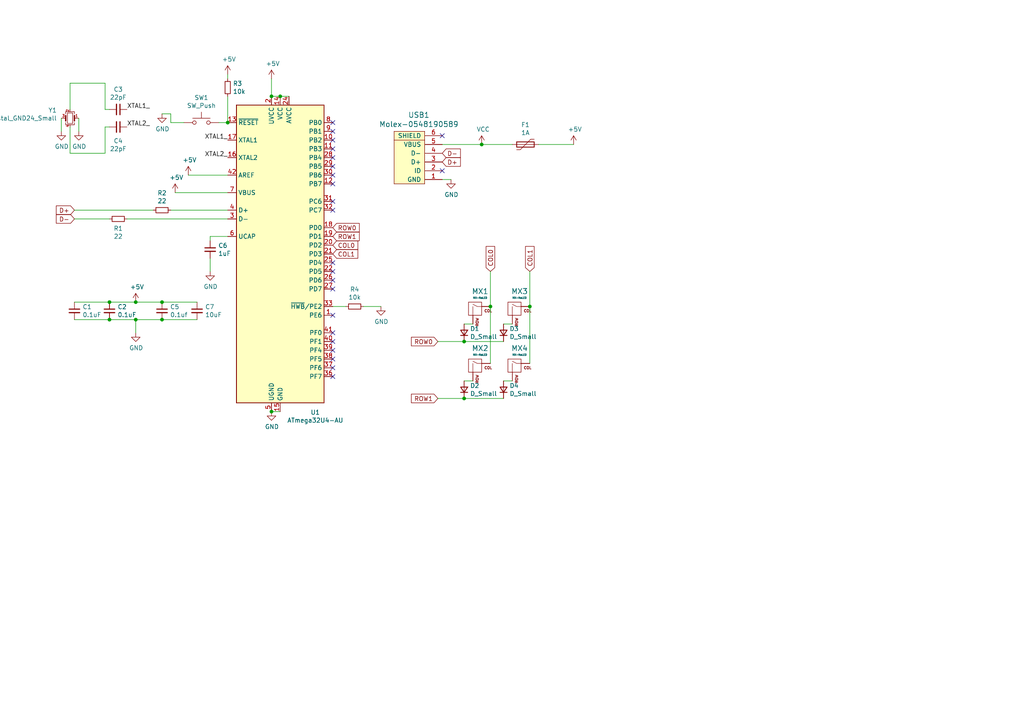
<source format=kicad_sch>
(kicad_sch (version 20230121) (generator eeschema)
  (paper "A4")
  (lib_symbols
    (symbol "Device:C_Small" (pin_numbers hide) (pin_names (offset 0.254) hide)
      (property "Reference" "C" (at 0.254 1.778 0))
      (property "Value" "C_Small" (at 0.254 -2.032 0))
      (symbol "C_Small_0_1"
        (polyline (pts (xy -1.524 -0.508) (xy 1.524 -0.508)) (stroke (width 0.3302)))
        (polyline (pts (xy -1.524 0.508) (xy 1.524 0.508)) (stroke (width 0.3048)))
      )
      (symbol "C_Small_1_1"
        (pin passive line (at 0 2.54 270) (length 2.032) (name "~") (number "1"))
        (pin passive line (at 0 -2.54 90) (length 2.032) (name "~") (number "2"))
      )
    )
    (symbol "Device:Crystal_GND24_Small" (pin_names (offset 1.016) hide)
      (property "Reference" "Y" (at 1.27 4.445 0))
      (property "Value" "Crystal_GND24_Small" (at 1.27 2.54 0))
      (symbol "Crystal_GND24_Small_0_1"
        (rectangle (start -0.762 -1.524) (end 0.762 1.524))
        (polyline (pts (xy -1.27 -0.762) (xy -1.27 0.762)) (stroke (width 0.381)))
        (polyline (pts (xy 1.27 -0.762) (xy 1.27 0.762)) (stroke (width 0.381)))
        (polyline (pts (xy -1.27 -1.27) (xy -1.27 -1.905) (xy 1.27 -1.905) (xy 1.27 -1.27)))
        (polyline (pts (xy -1.27 1.27) (xy -1.27 1.905) (xy 1.27 1.905) (xy 1.27 1.27)))
      )
      (symbol "Crystal_GND24_Small_1_1"
        (pin passive line (at -2.54 0 0) (length 1.27) (name "1") (number "1"))
        (pin passive line (at 0 -2.54 90) (length 0.635) (name "2") (number "2"))
        (pin passive line (at 2.54 0 180) (length 1.27) (name "3") (number "3"))
        (pin passive line (at 0 2.54 270) (length 0.635) (name "4") (number "4"))
      )
    )
    (symbol "Device:D_Small" (pin_numbers hide) (pin_names (offset 0.254) hide)
      (property "Reference" "D" (at -1.27 2.032 0))
      (property "Value" "D_Small" (at -3.81 -2.032 0))
      (symbol "D_Small_0_1"
        (polyline (pts (xy -0.762 -1.016) (xy -0.762 1.016)) (stroke (width 0.254)))
        (polyline (pts (xy -0.762 0) (xy 0.762 0)))
        (polyline (pts (xy 0.762 -1.016) (xy -0.762 0) (xy 0.762 1.016) (xy 0.762 -1.016)) (stroke (width 0.254)))
      )
      (symbol "D_Small_1_1"
        (pin passive line (at -2.54 0 0) (length 1.778) (name "K") (number "1"))
        (pin passive line (at 2.54 0 180) (length 1.778) (name "A") (number "2"))
      )
    )
    (symbol "Device:Polyfuse" (pin_numbers hide) (pin_names (offset 0))
      (property "Reference" "F" (at -2.54 0 90))
      (property "Value" "Polyfuse" (at 2.54 0 90))
      (symbol "Polyfuse_0_1"
        (rectangle (start -0.762 2.54) (end 0.762 -2.54) (stroke (width 0.254)))
        (polyline (pts (xy 0 2.54) (xy 0 -2.54)))
        (polyline (pts (xy -1.524 2.54) (xy -1.524 1.524) (xy 1.524 -1.524) (xy 1.524 -2.54)))
      )
      (symbol "Polyfuse_1_1"
        (pin passive line (at 0 3.81 270) (length 1.27) (name "~") (number "1"))
        (pin passive line (at 0 -3.81 90) (length 1.27) (name "~") (number "2"))
      )
    )
    (symbol "Device:R_Small" (pin_numbers hide) (pin_names (offset 0.254) hide)
      (property "Reference" "R" (at 0.762 0.508 0))
      (property "Value" "R_Small" (at 0.762 -1.016 0))
      (symbol "R_Small_0_1"
        (rectangle (start -0.762 1.778) (end 0.762 -1.778) (stroke (width 0.2032)))
      )
      (symbol "R_Small_1_1"
        (pin passive line (at 0 2.54 270) (length 0.762) (name "~") (number "1"))
        (pin passive line (at 0 -2.54 90) (length 0.762) (name "~") (number "2"))
      )
    )
    (symbol "Switch:SW_Push" (pin_numbers hide) (pin_names (offset 1.016) hide)
      (property "Reference" "SW" (at 1.27 2.54 0))
      (property "Value" "SW_Push" (at 0 -1.524 0))
      (symbol "SW_Push_0_1"
        (circle (center -2.032 0) (radius 0.508))
        (polyline (pts (xy 0 1.27) (xy 0 3.048)))
        (polyline (pts (xy 2.54 1.27) (xy -2.54 1.27)))
        (circle (center 2.032 0) (radius 0.508))
        (pin passive line (at -5.08 0 0) (length 2.54) (name "1") (number "1"))
        (pin passive line (at 5.08 0 180) (length 2.54) (name "2") (number "2"))
      )
    )
    (symbol "pikas-pcbs-rescue:ATmega32U4-AU-MCU_Microchip_ATmega"
      (property "Reference" "U" (at -12.7 44.45 0))
      (property "Value" "MCU_Microchip_ATmega_ATmega32U4-AU" (at 2.54 -44.45 0))
      (symbol "ATmega32U4-AU-MCU_Microchip_ATmega_0_1"
        (rectangle (start -12.7 -43.18) (end 12.7 43.18) (stroke (width 0.254)) (fill (type background)))
      )
      (symbol "ATmega32U4-AU-MCU_Microchip_ATmega_1_1"
        (pin tri_state line (at 15.24 -17.78 180) (length 2.54) (name "PE6") (number "1"))
        (pin tri_state line (at 15.24 33.02 180) (length 2.54) (name "PB2") (number "10"))
        (pin tri_state line (at 15.24 30.48 180) (length 2.54) (name "PB3") (number "11"))
        (pin tri_state line (at 15.24 20.32 180) (length 2.54) (name "PB7") (number "12"))
        (pin input line (at -15.24 38.1 0) (length 2.54) (name "~{RESET}") (number "13"))
        (pin power_in line (at 0 45.72 270) (length 2.54) (name "VCC") (number "14"))
        (pin power_in line (at 0 -45.72 90) (length 2.54) (name "GND") (number "15"))
        (pin output line (at -15.24 27.94 0) (length 2.54) (name "XTAL2") (number "16"))
        (pin input line (at -15.24 33.02 0) (length 2.54) (name "XTAL1") (number "17"))
        (pin tri_state line (at 15.24 7.62 180) (length 2.54) (name "PD0") (number "18"))
        (pin tri_state line (at 15.24 5.08 180) (length 2.54) (name "PD1") (number "19"))
        (pin power_in line (at -2.54 45.72 270) (length 2.54) (name "UVCC") (number "2"))
        (pin tri_state line (at 15.24 2.54 180) (length 2.54) (name "PD2") (number "20"))
        (pin tri_state line (at 15.24 0 180) (length 2.54) (name "PD3") (number "21"))
        (pin tri_state line (at 15.24 -5.08 180) (length 2.54) (name "PD5") (number "22"))
        (pin passive line (at 0 -45.72 90) (length 2.54) hide (name "GND") (number "23"))
        (pin power_in line (at 2.54 45.72 270) (length 2.54) (name "AVCC") (number "24"))
        (pin tri_state line (at 15.24 -2.54 180) (length 2.54) (name "PD4") (number "25"))
        (pin tri_state line (at 15.24 -7.62 180) (length 2.54) (name "PD6") (number "26"))
        (pin tri_state line (at 15.24 -10.16 180) (length 2.54) (name "PD7") (number "27"))
        (pin tri_state line (at 15.24 27.94 180) (length 2.54) (name "PB4") (number "28"))
        (pin tri_state line (at 15.24 25.4 180) (length 2.54) (name "PB5") (number "29"))
        (pin bidirectional line (at -15.24 10.16 0) (length 2.54) (name "D-") (number "3"))
        (pin tri_state line (at 15.24 22.86 180) (length 2.54) (name "PB6") (number "30"))
        (pin tri_state line (at 15.24 15.24 180) (length 2.54) (name "PC6") (number "31"))
        (pin tri_state line (at 15.24 12.7 180) (length 2.54) (name "PC7") (number "32"))
        (pin tri_state line (at 15.24 -15.24 180) (length 2.54) (name "~{HWB}/PE2") (number "33"))
        (pin passive line (at 0 45.72 270) (length 2.54) hide (name "VCC") (number "34"))
        (pin passive line (at 0 -45.72 90) (length 2.54) hide (name "GND") (number "35"))
        (pin tri_state line (at 15.24 -35.56 180) (length 2.54) (name "PF7") (number "36"))
        (pin tri_state line (at 15.24 -33.02 180) (length 2.54) (name "PF6") (number "37"))
        (pin tri_state line (at 15.24 -30.48 180) (length 2.54) (name "PF5") (number "38"))
        (pin tri_state line (at 15.24 -27.94 180) (length 2.54) (name "PF4") (number "39"))
        (pin bidirectional line (at -15.24 12.7 0) (length 2.54) (name "D+") (number "4"))
        (pin tri_state line (at 15.24 -25.4 180) (length 2.54) (name "PF1") (number "40"))
        (pin tri_state line (at 15.24 -22.86 180) (length 2.54) (name "PF0") (number "41"))
        (pin passive line (at -15.24 22.86 0) (length 2.54) (name "AREF") (number "42"))
        (pin passive line (at 0 -45.72 90) (length 2.54) hide (name "GND") (number "43"))
        (pin passive line (at 2.54 45.72 270) (length 2.54) hide (name "AVCC") (number "44"))
        (pin passive line (at -2.54 -45.72 90) (length 2.54) (name "UGND") (number "5"))
        (pin passive line (at -15.24 5.08 0) (length 2.54) (name "UCAP") (number "6"))
        (pin input line (at -15.24 17.78 0) (length 2.54) (name "VBUS") (number "7"))
        (pin tri_state line (at 15.24 38.1 180) (length 2.54) (name "PB0") (number "8"))
        (pin tri_state line (at 15.24 35.56 180) (length 2.54) (name "PB1") (number "9"))
      )
    )
    (symbol "pikas-pcbs-rescue:MX-NoLED-MX_Alps_Hybrid" (pin_names (offset 1.016))
      (property "Reference" "MX" (at -0.635 3.81 0))
      (property "Value" "MX_Alps_Hybrid_MX-NoLED" (at -0.635 1.27 0))
      (symbol "MX-NoLED-MX_Alps_Hybrid_0_0"
        (rectangle (start -2.54 2.54) (end 1.27 -1.27))
        (polyline (pts (xy -1.27 -1.27) (xy -1.27 1.27)) (stroke (width 0.127)))
        (polyline (pts (xy 1.27 1.27) (xy 0 1.27) (xy -1.27 1.905)) (stroke (width 0.127)))
        (text "COL" (at 3.175 0 0) (effects (font (size 0.762 0.762))))
        (text "ROW" (at 0 -1.905 900) (effects (font (size 0.762 0.762)) (justify right)))
      )
      (symbol "MX-NoLED-MX_Alps_Hybrid_1_1"
        (pin passive line (at 3.81 1.27 180) (length 2.54) (name "COL") (number "1"))
        (pin passive line (at -1.27 -3.81 90) (length 2.54) (name "ROW") (number "2"))
      )
    )
    (symbol "pikas-pcbs-rescue:Molex-0548190589-random-keyboard-parts" (pin_names (offset 1.016))
      (property "Reference" "USB" (at 0 7.62 0))
      (property "Value" "random-keyboard-parts_Molex-0548190589" (at 0 10.16 0))
      (symbol "Molex-0548190589-random-keyboard-parts_0_0"
        (polyline (pts (xy 6.35 -2.54) (xy 6.35 6.35)))
        (rectangle (start 8.89 -2.54) (end -6.35 6.35) (fill (type background)))
      )
      (symbol "Molex-0548190589-random-keyboard-parts_1_1"
        (pin input line (at -5.08 -7.62 90) (length 5.08) (name "GND") (number "1"))
        (pin input line (at -2.54 -7.62 90) (length 5.08) (name "ID") (number "2"))
        (pin input line (at 0 -7.62 90) (length 5.08) (name "D+") (number "3"))
        (pin input line (at 2.54 -7.62 90) (length 5.08) (name "D-") (number "4"))
        (pin input line (at 5.08 -7.62 90) (length 5.08) (name "VBUS") (number "5"))
        (pin input line (at 7.62 -7.62 90) (length 5.08) (name "SHIELD") (number "6"))
      )
    )
    (symbol "power:+5V" (power) (pin_names (offset 0))
      (property "Value" "+5V" (at 0 3.556 0))
      (symbol "+5V_0_1"
        (polyline (pts (xy -0.762 1.27) (xy 0 2.54)))
        (polyline (pts (xy 0 0) (xy 0 2.54)))
        (polyline (pts (xy 0 2.54) (xy 0.762 1.27)))
      )
      (symbol "+5V_1_1"
        (pin power_in line (at 0 0 90) (length 0) hide (name "+5V") (number "1"))
      )
    )
    (symbol "power:GND" (power) (pin_names (offset 0))
      (property "Value" "GND" (at 0 -3.81 0))
      (symbol "GND_0_1"
        (polyline (pts (xy 0 0) (xy 0 -1.27) (xy 1.27 -1.27) (xy 0 -2.54) (xy -1.27 -1.27) (xy 0 -1.27)))
      )
      (symbol "GND_1_1"
        (pin power_in line (at 0 0 270) (length 0) hide (name "GND") (number "1"))
      )
    )
    (symbol "power:VCC" (power) (pin_names (offset 0))
      (property "Value" "VCC" (at 0 3.81 0))
      (symbol "VCC_0_1"
        (polyline (pts (xy -0.762 1.27) (xy 0 2.54)))
        (polyline (pts (xy 0 0) (xy 0 2.54)))
        (polyline (pts (xy 0 2.54) (xy 0.762 1.27)))
      )
      (symbol "VCC_1_1"
        (pin power_in line (at 0 0 90) (length 0) hide (name "VCC") (number "1"))
      )
    )
  )
  (junction (at 66.04 35.56))
  (junction (at 134.62 115.57))
  (junction (at 153.67 88.9))
  (junction (at 46.99 87.63))
  (junction (at 31.75 92.71))
  (junction (at 39.37 92.71))
  (junction (at 46.99 92.71))
  (junction (at 81.28 27.94))
  (junction (at 78.74 27.94))
  (junction (at 39.37 87.63))
  (junction (at 139.7 41.91))
  (junction (at 134.62 99.06))
  (junction (at 31.75 87.63))
  (junction (at 78.74 119.38))
  (junction (at 142.24 88.9))
  (no_connect (at 96.52 60.96))
  (no_connect (at 96.52 50.8))
  (no_connect (at 96.52 106.68))
  (no_connect (at 96.52 101.6))
  (no_connect (at 96.52 104.14))
  (no_connect (at 96.52 76.2))
  (no_connect (at 96.52 43.18))
  (no_connect (at 96.52 53.34))
  (no_connect (at 96.52 78.74))
  (no_connect (at 96.52 99.06))
  (no_connect (at 96.52 45.72))
  (no_connect (at 96.52 91.44))
  (no_connect (at 96.52 40.64))
  (no_connect (at 128.27 49.53))
  (no_connect (at 128.27 39.37))
  (no_connect (at 96.52 83.82))
  (no_connect (at 96.52 35.56))
  (no_connect (at 96.52 48.26))
  (no_connect (at 96.52 38.1))
  (no_connect (at 96.52 109.22))
  (no_connect (at 96.52 96.52))
  (no_connect (at 96.52 81.28))
  (no_connect (at 96.52 58.42))
  (wire (pts (xy 96.52 88.9) (xy 100.33 88.9)))
  (wire (pts (xy 66.04 35.56) (xy 63.5 35.56)))
  (wire (pts (xy 60.96 69.85) (xy 60.96 68.58)))
  (wire (pts (xy 20.32 24.13) (xy 20.32 31.75)))
  (wire (pts (xy 78.74 27.94) (xy 78.74 22.86)))
  (wire (pts (xy 31.75 63.5) (xy 21.59 63.5)))
  (wire (pts (xy 22.86 38.1) (xy 22.86 34.29)))
  (wire (pts (xy 30.48 44.45) (xy 20.32 44.45)))
  (wire (pts (xy 57.15 92.71) (xy 46.99 92.71)))
  (wire (pts (xy 105.41 88.9) (xy 110.49 88.9)))
  (wire (pts (xy 153.67 78.74) (xy 153.67 88.9)))
  (wire (pts (xy 81.28 119.38) (xy 78.74 119.38)))
  (wire (pts (xy 146.05 99.06) (xy 134.62 99.06)))
  (wire (pts (xy 128.27 52.07) (xy 130.81 52.07)))
  (wire (pts (xy 44.45 60.96) (xy 21.59 60.96)))
  (wire (pts (xy 148.59 110.49) (xy 146.05 110.49)))
  (wire (pts (xy 49.53 35.56) (xy 49.53 33.02)))
  (wire (pts (xy 139.7 41.91) (xy 148.59 41.91)))
  (wire (pts (xy 153.67 88.9) (xy 153.67 105.41)))
  (wire (pts (xy 66.04 63.5) (xy 36.83 63.5)))
  (wire (pts (xy 31.75 36.83) (xy 30.48 36.83)))
  (wire (pts (xy 142.24 78.74) (xy 142.24 88.9)))
  (wire (pts (xy 30.48 24.13) (xy 20.32 24.13)))
  (wire (pts (xy 17.78 38.1) (xy 17.78 34.29)))
  (wire (pts (xy 30.48 36.83) (xy 30.48 44.45)))
  (wire (pts (xy 54.61 50.8) (xy 66.04 50.8)))
  (wire (pts (xy 148.59 93.98) (xy 146.05 93.98)))
  (wire (pts (xy 31.75 92.71) (xy 21.59 92.71)))
  (wire (pts (xy 46.99 87.63) (xy 57.15 87.63)))
  (wire (pts (xy 49.53 33.02) (xy 46.99 33.02)))
  (wire (pts (xy 31.75 87.63) (xy 39.37 87.63)))
  (wire (pts (xy 128.27 41.91) (xy 139.7 41.91)))
  (wire (pts (xy 83.82 27.94) (xy 81.28 27.94)))
  (wire (pts (xy 66.04 35.56) (xy 66.04 27.94)))
  (wire (pts (xy 146.05 115.57) (xy 134.62 115.57)))
  (wire (pts (xy 134.62 115.57) (xy 127 115.57)))
  (wire (pts (xy 60.96 74.93) (xy 60.96 78.74)))
  (wire (pts (xy 46.99 92.71) (xy 39.37 92.71)))
  (wire (pts (xy 21.59 87.63) (xy 31.75 87.63)))
  (wire (pts (xy 66.04 60.96) (xy 49.53 60.96)))
  (wire (pts (xy 156.21 41.91) (xy 166.37 41.91)))
  (wire (pts (xy 81.28 27.94) (xy 78.74 27.94)))
  (wire (pts (xy 66.04 55.88) (xy 50.8 55.88)))
  (wire (pts (xy 142.24 88.9) (xy 142.24 105.41)))
  (wire (pts (xy 60.96 68.58) (xy 66.04 68.58)))
  (wire (pts (xy 137.16 110.49) (xy 134.62 110.49)))
  (wire (pts (xy 137.16 93.98) (xy 134.62 93.98)))
  (wire (pts (xy 39.37 92.71) (xy 31.75 92.71)))
  (wire (pts (xy 39.37 87.63) (xy 46.99 87.63)))
  (wire (pts (xy 39.37 92.71) (xy 39.37 96.52)))
  (wire (pts (xy 66.04 22.86) (xy 66.04 21.59)))
  (wire (pts (xy 134.62 99.06) (xy 127 99.06)))
  (wire (pts (xy 20.32 44.45) (xy 20.32 36.83)))
  (wire (pts (xy 31.75 31.75) (xy 30.48 31.75)))
  (wire (pts (xy 53.34 35.56) (xy 49.53 35.56)))
  (wire (pts (xy 30.48 31.75) (xy 30.48 24.13)))
  (label "XTAL1_" (at 66.04 40.64 180))
  (label "XTAL2_" (at 36.83 36.83 0))
  (label "XTAL2_" (at 66.04 45.72 180))
  (label "XTAL1_" (at 36.83 31.75 0))
  (global_label "D+" (shape input) (at 128.27 46.99 0) (property "Intersheetrefs" "${INTERSHEET_REFS}" (effects hide)))
  (global_label "COL1" (shape input) (at 96.52 73.66 0) (property "Intersheetrefs" "${INTERSHEET_REFS}" (effects hide)))
  (global_label "ROW0" (shape input) (at 96.52 66.04 0) (property "Intersheetrefs" "${INTERSHEET_REFS}" (effects hide)))
  (global_label "ROW1" (shape input) (at 96.52 68.58 0) (property "Intersheetrefs" "${INTERSHEET_REFS}" (effects hide)))
  (global_label "COL1" (shape input) (at 153.67 78.74 90) (property "Intersheetrefs" "${INTERSHEET_REFS}" (effects hide)))
  (global_label "COL0" (shape input) (at 96.52 71.12 0) (property "Intersheetrefs" "${INTERSHEET_REFS}" (effects hide)))
  (global_label "COL0" (shape input) (at 142.24 78.74 90) (property "Intersheetrefs" "${INTERSHEET_REFS}" (effects hide)))
  (global_label "D+" (shape input) (at 21.59 60.96 180) (property "Intersheetrefs" "${INTERSHEET_REFS}" (effects hide)))
  (global_label "D-" (shape input) (at 128.27 44.45 0) (property "Intersheetrefs" "${INTERSHEET_REFS}" (effects hide)))
  (global_label "D-" (shape input) (at 21.59 63.5 180) (property "Intersheetrefs" "${INTERSHEET_REFS}" (effects hide)))
  (global_label "ROW0" (shape input) (at 127 99.06 180) (property "Intersheetrefs" "${INTERSHEET_REFS}" (effects hide)))
  (global_label "ROW1" (shape input) (at 127 115.57 180) (property "Intersheetrefs" "${INTERSHEET_REFS}" (effects hide)))
  (symbol (lib_id "pikas-pcbs-rescue:ATmega32U4-AU-MCU_Microchip_ATmega") (at 81.28 73.66 0) (unit 1)
    (property "Reference" "U1" (at 91.44 119.6086 0))
    (property "Value" "ATmega32U4-AU" (at 91.44 121.92 0))
    (property "Footprint" "Package_QFP:TQFP-44_10x10mm_P0.8mm" (effects hide))
    (property "Datasheet" "http://ww1.microchip.com/downloads/en/DeviceDoc/Atmel-7766-8-bit-AVR-ATmega16U4-32U4_Datasheet.pdf" (effects hide))
  )
  (symbol (lib_id "power:+5V") (at 78.74 22.86 0) (unit 1)
    (property "Reference" "#PWR0101" (effects hide))
    (property "Value" "+5V" (at 79.121 18.4658 0))
  )
  (symbol (lib_id "power:GND") (at 78.74 119.38 0) (unit 1)
    (property "Reference" "#PWR0102" (effects hide))
    (property "Value" "GND" (at 78.867 123.7742 0))
  )
  (symbol (lib_id "Device:R_Small") (at 102.87 88.9 270) (unit 1)
    (property "Reference" "R4" (at 102.87 83.9216 90))
    (property "Value" "10k" (at 102.87 86.233 90))
    (property "Footprint" "Resistor_SMD:R_0805_2012Metric" (effects hide))
  )
  (symbol (lib_id "power:GND") (at 110.49 88.9 0) (unit 1)
    (property "Reference" "#PWR0103" (effects hide))
    (property "Value" "GND" (at 110.617 93.2942 0))
  )
  (symbol (lib_id "Device:R_Small") (at 46.99 60.96 90) (unit 1)
    (property "Reference" "R2" (at 46.99 55.9816 90))
    (property "Value" "22" (at 46.99 58.293 90))
    (property "Footprint" "Resistor_SMD:R_0805_2012Metric" (effects hide))
  )
  (symbol (lib_id "Device:R_Small") (at 34.29 63.5 90) (unit 1)
    (property "Reference" "R1" (at 34.29 66.2686 90))
    (property "Value" "22" (at 34.29 68.58 90))
    (property "Footprint" "Resistor_SMD:R_0805_2012Metric" (effects hide))
  )
  (symbol (lib_id "Device:C_Small") (at 60.96 72.39 0) (unit 1)
    (property "Reference" "C6" (at 63.2968 71.2216 0) (effects (justify left)))
    (property "Value" "1uF" (at 63.2968 73.533 0) (effects (justify left)))
    (property "Footprint" "Capacitor_SMD:C_0805_2012Metric" (effects hide))
  )
  (symbol (lib_id "power:GND") (at 60.96 78.74 0) (unit 1)
    (property "Reference" "#PWR0104" (effects hide))
    (property "Value" "GND" (at 61.087 83.1342 0))
  )
  (symbol (lib_id "power:+5V") (at 39.37 87.63 0) (unit 1)
    (property "Reference" "#PWR0105" (effects hide))
    (property "Value" "+5V" (at 39.751 83.2358 0))
  )
  (symbol (lib_id "Device:C_Small") (at 21.59 90.17 0) (unit 1)
    (property "Reference" "C1" (at 23.9268 89.0016 0) (effects (justify left)))
    (property "Value" "0.1uF" (at 23.9268 91.313 0) (effects (justify left)))
    (property "Footprint" "Capacitor_SMD:C_0805_2012Metric" (effects hide))
  )
  (symbol (lib_id "Device:C_Small") (at 31.75 90.17 0) (unit 1)
    (property "Reference" "C2" (at 34.0868 89.0016 0) (effects (justify left)))
    (property "Value" "0.1uF" (at 34.0868 91.313 0) (effects (justify left)))
    (property "Footprint" "Capacitor_SMD:C_0805_2012Metric" (effects hide))
  )
  (symbol (lib_id "Device:C_Small") (at 46.99 90.17 0) (unit 1)
    (property "Reference" "C5" (at 49.3268 89.0016 0) (effects (justify left)))
    (property "Value" "0.1uf" (at 49.3268 91.313 0) (effects (justify left)))
    (property "Footprint" "Capacitor_SMD:C_0805_2012Metric" (effects hide))
  )
  (symbol (lib_id "Device:C_Small") (at 57.15 90.17 0) (unit 1)
    (property "Reference" "C7" (at 59.4868 89.0016 0) (effects (justify left)))
    (property "Value" "10uF" (at 59.4868 91.313 0) (effects (justify left)))
    (property "Footprint" "Capacitor_SMD:C_0805_2012Metric" (effects hide))
  )
  (symbol (lib_id "power:GND") (at 39.37 96.52 0) (unit 1)
    (property "Reference" "#PWR0106" (effects hide))
    (property "Value" "GND" (at 39.497 100.9142 0))
  )
  (symbol (lib_id "power:+5V") (at 50.8 55.88 0) (unit 1)
    (property "Reference" "#PWR0107" (effects hide))
    (property "Value" "+5V" (at 51.181 51.4858 0))
  )
  (symbol (lib_id "power:GND") (at 17.78 38.1 0) (unit 1)
    (property "Reference" "#PWR0108" (effects hide))
    (property "Value" "GND" (at 17.907 42.4942 0))
  )
  (symbol (lib_id "Switch:SW_Push") (at 58.42 35.56 0) (unit 1)
    (property "Reference" "SW1" (at 58.42 28.321 0))
    (property "Value" "SW_Push" (at 58.42 30.6324 0))
    (property "Footprint" "random-keyboard-parts:SKQG-1155865" (effects hide))
  )
  (symbol (lib_id "power:GND") (at 46.99 33.02 0) (unit 1)
    (property "Reference" "#PWR0109" (effects hide))
    (property "Value" "GND" (at 47.117 37.4142 0))
  )
  (symbol (lib_id "Device:R_Small") (at 66.04 25.4 0) (unit 1)
    (property "Reference" "R3" (at 67.5386 24.2316 0) (effects (justify left)))
    (property "Value" "10k" (at 67.5386 26.543 0) (effects (justify left)))
    (property "Footprint" "Resistor_SMD:R_0805_2012Metric" (effects hide))
  )
  (symbol (lib_id "power:+5V") (at 66.04 21.59 0) (unit 1)
    (property "Reference" "#PWR0110" (effects hide))
    (property "Value" "+5V" (at 66.421 17.1958 0))
  )
  (symbol (lib_id "pikas-pcbs-rescue:Molex-0548190589-random-keyboard-parts") (at 120.65 46.99 90) (unit 1)
    (property "Reference" "USB1" (at 121.4882 33.3502 90) (effects (font (size 1.524 1.524))))
    (property "Value" "Molex-0548190589" (at 121.4882 36.0426 90) (effects (font (size 1.524 1.524))))
    (property "Footprint" "random-keyboard-parts:Molex-0548190589" (effects hide))
  )
  (symbol (lib_id "power:VCC") (at 139.7 41.91 0) (unit 1)
    (property "Reference" "#PWR0111" (effects hide))
    (property "Value" "VCC" (at 140.1318 37.5158 0))
  )
  (symbol (lib_id "Device:Polyfuse") (at 152.4 41.91 270) (unit 1)
    (property "Reference" "F1" (at 152.4 36.195 90))
    (property "Value" "1A" (at 152.4 38.5064 90))
    (property "Footprint" "Fuse:Fuse_1206_3216Metric" (effects hide))
  )
  (symbol (lib_id "power:+5V") (at 166.37 41.91 0) (unit 1)
    (property "Reference" "#PWR0112" (effects hide))
    (property "Value" "+5V" (at 166.751 37.5158 0))
  )
  (symbol (lib_id "power:GND") (at 130.81 52.07 0) (unit 1)
    (property "Reference" "#PWR0113" (effects hide))
    (property "Value" "GND" (at 130.937 56.4642 0))
  )
  (symbol (lib_id "pikas-pcbs-rescue:MX-NoLED-MX_Alps_Hybrid") (at 138.43 90.17 0) (unit 1)
    (property "Reference" "MX1" (at 139.2682 84.5058 0) (effects (font (size 1.524 1.524))))
    (property "Value" "MX-NoLED" (at 139.2682 86.3854 0) (effects (font (size 0.508 0.508))))
    (property "Footprint" "MX_Alps_Hybrid:MX-1U" (effects hide))
  )
  (symbol (lib_id "Device:D_Small") (at 134.62 96.52 90) (unit 1)
    (property "Reference" "D1" (at 136.3472 95.3516 90) (effects (justify right)))
    (property "Value" "D_Small" (at 136.3472 97.663 90) (effects (justify right)))
    (property "Footprint" "Diode_SMD:D_SOD-123" (effects hide))
  )
  (symbol (lib_id "pikas-pcbs-rescue:MX-NoLED-MX_Alps_Hybrid") (at 149.86 90.17 0) (unit 1)
    (property "Reference" "MX3" (at 150.6982 84.5058 0) (effects (font (size 1.524 1.524))))
    (property "Value" "MX-NoLED" (at 150.6982 86.3854 0) (effects (font (size 0.508 0.508))))
    (property "Footprint" "MX_Alps_Hybrid:MX-1U" (effects hide))
  )
  (symbol (lib_id "Device:D_Small") (at 146.05 96.52 90) (unit 1)
    (property "Reference" "D3" (at 147.7772 95.3516 90) (effects (justify right)))
    (property "Value" "D_Small" (at 147.7772 97.663 90) (effects (justify right)))
    (property "Footprint" "Diode_SMD:D_SOD-123" (effects hide))
  )
  (symbol (lib_id "pikas-pcbs-rescue:MX-NoLED-MX_Alps_Hybrid") (at 149.86 106.68 0) (unit 1)
    (property "Reference" "MX4" (at 150.6982 101.0158 0) (effects (font (size 1.524 1.524))))
    (property "Value" "MX-NoLED" (at 150.6982 102.8954 0) (effects (font (size 0.508 0.508))))
    (property "Footprint" "MX_Alps_Hybrid:MX-1U" (effects hide))
  )
  (symbol (lib_id "Device:D_Small") (at 146.05 113.03 90) (unit 1)
    (property "Reference" "D4" (at 147.7772 111.8616 90) (effects (justify right)))
    (property "Value" "D_Small" (at 147.7772 114.173 90) (effects (justify right)))
    (property "Footprint" "Diode_SMD:D_SOD-123" (effects hide))
  )
  (symbol (lib_id "pikas-pcbs-rescue:MX-NoLED-MX_Alps_Hybrid") (at 138.43 106.68 0) (unit 1)
    (property "Reference" "MX2" (at 139.2682 101.0158 0) (effects (font (size 1.524 1.524))))
    (property "Value" "MX-NoLED" (at 139.2682 102.8954 0) (effects (font (size 0.508 0.508))))
    (property "Footprint" "MX_Alps_Hybrid:MX-1U" (effects hide))
  )
  (symbol (lib_id "Device:D_Small") (at 134.62 113.03 90) (unit 1)
    (property "Reference" "D2" (at 136.3472 111.8616 90) (effects (justify right)))
    (property "Value" "D_Small" (at 136.3472 114.173 90) (effects (justify right)))
    (property "Footprint" "Diode_SMD:D_SOD-123" (effects hide))
  )
  (symbol (lib_id "power:+5V") (at 54.61 50.8 0) (unit 1)
    (property "Reference" "#PWR01" (effects hide))
    (property "Value" "+5V" (at 54.991 46.4058 0))
  )
  (symbol (lib_id "Device:C_Small") (at 34.29 36.83 270) (unit 1)
    (property "Reference" "C4" (at 34.29 40.8686 90))
    (property "Value" "22pF" (at 34.29 43.18 90))
    (property "Footprint" "Capacitor_SMD:C_0805_2012Metric" (effects hide))
  )
  (symbol (lib_id "Device:Crystal_GND24_Small") (at 20.32 34.29 180) (unit 1)
    (property "Reference" "Y1" (at 16.51 31.9786 0) (effects (justify left)))
    (property "Value" "Crystal_GND24_Small" (at 16.51 34.29 0) (effects (justify left)))
    (property "Footprint" "Crystal:Crystal_SMD_3225-4Pin_3.2x2.5mm" (effects hide))
  )
  (symbol (lib_id "Device:C_Small") (at 34.29 31.75 270) (unit 1)
    (property "Reference" "C3" (at 34.29 25.9334 90))
    (property "Value" "22pF" (at 34.29 28.2448 90))
    (property "Footprint" "Capacitor_SMD:C_0805_2012Metric" (effects hide))
  )
  (symbol (lib_id "power:GND") (at 22.86 38.1 0) (unit 1)
    (property "Reference" "#PWR02" (effects hide))
    (property "Value" "GND" (at 22.987 42.4942 0))
  )
)
</source>
